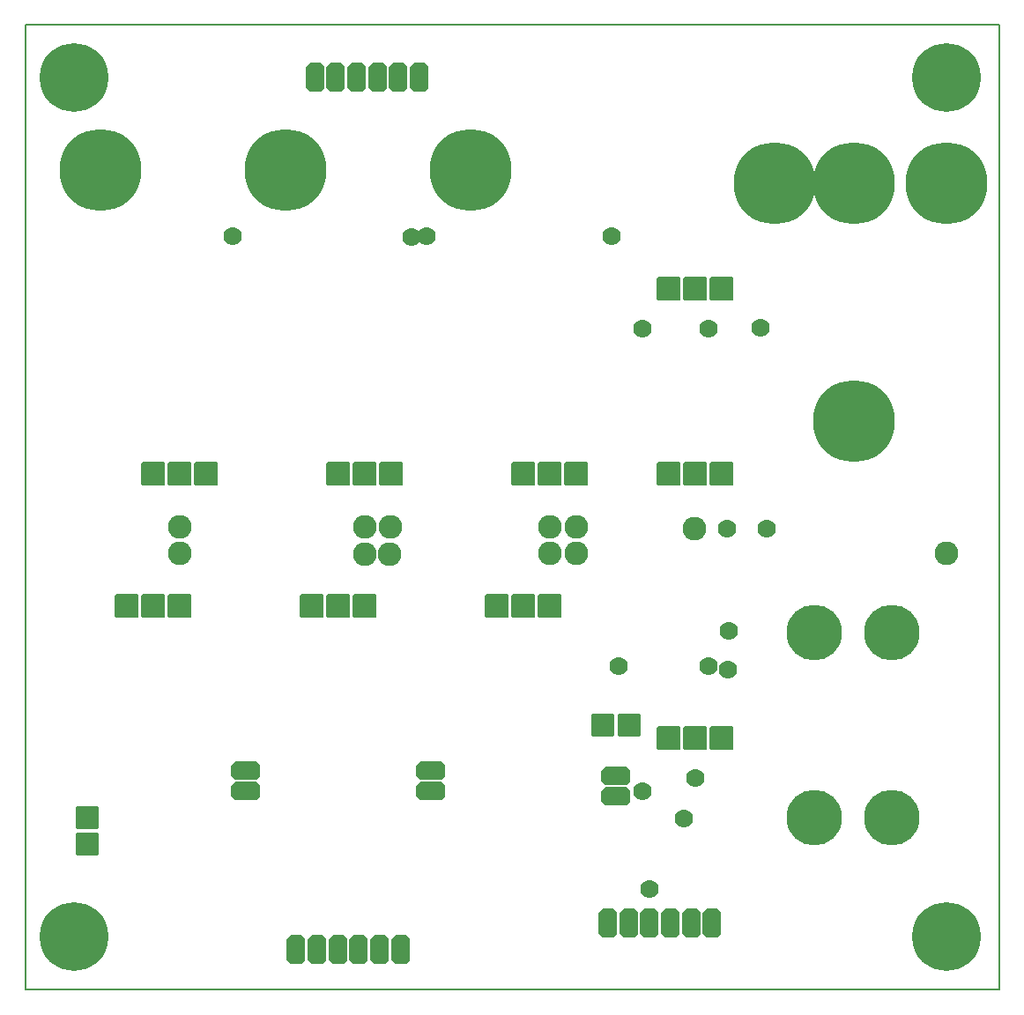
<source format=gbr>
G04 PROTEUS RS274X GERBER FILE*
%FSLAX45Y45*%
%MOMM*%
G01*
%ADD45C,1.016000*%
%ADD46C,2.286000*%
%ADD47C,1.778000*%
%ADD48C,7.874000*%
%ADD49C,5.334000*%
%AMPPAD044*
4,1,8,
-0.509800,1.397000,
0.509800,1.397000,
0.889000,1.017800,
0.889000,-1.017800,
0.509800,-1.397000,
-0.509800,-1.397000,
-0.889000,-1.017800,
-0.889000,1.017800,
-0.509800,1.397000,
0*%
%ADD50PPAD044*%
%AMPPAD045*
4,1,36,
1.016000,-1.143000,
-1.016000,-1.143000,
-1.041970,-1.140470,
-1.065980,-1.133200,
-1.087580,-1.121650,
-1.106290,-1.106290,
-1.121650,-1.087570,
-1.133200,-1.065980,
-1.140470,-1.041970,
-1.143000,-1.016000,
-1.143000,1.016000,
-1.140470,1.041970,
-1.133200,1.065980,
-1.121650,1.087570,
-1.106290,1.106290,
-1.087580,1.121650,
-1.065980,1.133200,
-1.041970,1.140470,
-1.016000,1.143000,
1.016000,1.143000,
1.041970,1.140470,
1.065980,1.133200,
1.087580,1.121650,
1.106290,1.106290,
1.121650,1.087570,
1.133200,1.065980,
1.140470,1.041970,
1.143000,1.016000,
1.143000,-1.016000,
1.140470,-1.041970,
1.133200,-1.065980,
1.121650,-1.087570,
1.106290,-1.106290,
1.087580,-1.121650,
1.065980,-1.133200,
1.041970,-1.140470,
1.016000,-1.143000,
0*%
%ADD51PPAD045*%
%AMPPAD046*
4,1,8,
-1.397000,-0.509800,
-1.397000,0.509800,
-1.017800,0.889000,
1.017800,0.889000,
1.397000,0.509800,
1.397000,-0.509800,
1.017800,-0.889000,
-1.017800,-0.889000,
-1.397000,-0.509800,
0*%
%ADD52PPAD046*%
%ADD53C,6.604000*%
%AMPPAD048*
4,1,36,
-0.952500,1.079500,
0.952500,1.079500,
0.978470,1.076970,
1.002480,1.069700,
1.024080,1.058150,
1.042790,1.042790,
1.058150,1.024070,
1.069700,1.002480,
1.076970,0.978470,
1.079500,0.952500,
1.079500,-0.952500,
1.076970,-0.978470,
1.069700,-1.002480,
1.058150,-1.024070,
1.042790,-1.042790,
1.024080,-1.058150,
1.002480,-1.069700,
0.978470,-1.076970,
0.952500,-1.079500,
-0.952500,-1.079500,
-0.978470,-1.076970,
-1.002480,-1.069700,
-1.024080,-1.058150,
-1.042790,-1.042790,
-1.058150,-1.024070,
-1.069700,-1.002480,
-1.076970,-0.978470,
-1.079500,-0.952500,
-1.079500,0.952500,
-1.076970,0.978470,
-1.069700,1.002480,
-1.058150,1.024070,
-1.042790,1.042790,
-1.024080,1.058150,
-1.002480,1.069700,
-0.978470,1.076970,
-0.952500,1.079500,
0*%
%ADD54PPAD048*%
%ADD20C,0.203200*%
D45*
X+3810000Y+4445000D03*
X+4051457Y+4702773D03*
D46*
X+2032000Y+4699000D03*
X+2032000Y+4445000D03*
X+3810000Y+4699000D03*
X+4055230Y+4699000D03*
X+4051618Y+4443502D03*
X+3811498Y+4443502D03*
X+5588000Y+4699000D03*
X+5842000Y+4699000D03*
X+5588000Y+4445000D03*
X+6976920Y+4688387D03*
X+5842000Y+4445000D03*
X+9398000Y+4445000D03*
D45*
X+7612422Y+7784235D03*
X+7678581Y+4692661D03*
D47*
X+7293866Y+4688290D03*
X+7674210Y+4688290D03*
X+6184414Y+7494764D03*
X+4405826Y+7492558D03*
X+4261775Y+7489618D03*
X+2540000Y+7493000D03*
X+7610593Y+7782406D03*
X+7610593Y+6613406D03*
X+7112000Y+6604000D03*
X+6477000Y+6604000D03*
X+6985000Y+2286000D03*
X+6880957Y+1895663D03*
X+6477000Y+2159000D03*
X+6548604Y+1222517D03*
X+7309328Y+3699668D03*
X+7304701Y+3326249D03*
X+6254136Y+3362786D03*
X+7117647Y+3364262D03*
D48*
X+7747000Y+8000999D03*
X+9398000Y+8001000D03*
X+8509001Y+8000999D03*
X+8509000Y+5715000D03*
D49*
X+8128000Y+1905000D03*
X+8878001Y+1905000D03*
X+8128000Y+3683000D03*
X+8878000Y+3683000D03*
D48*
X+1270000Y+8128000D03*
X+4826000Y+8128000D03*
D50*
X+3156000Y+635000D03*
X+3356000Y+635000D03*
X+3556000Y+635000D03*
X+3756000Y+635000D03*
X+3956000Y+635000D03*
X+4156000Y+635000D03*
X+3337000Y+9017000D03*
X+3537000Y+9017000D03*
X+3737000Y+9017000D03*
X+3937000Y+9017000D03*
X+4137000Y+9017000D03*
X+4337000Y+9017000D03*
X+7150000Y+889000D03*
X+6950000Y+889000D03*
X+6750000Y+889000D03*
X+6550000Y+889000D03*
X+6350000Y+889000D03*
X+6150000Y+889000D03*
D51*
X+2286000Y+5207000D03*
X+2032000Y+5207000D03*
X+1778000Y+5207000D03*
X+1524000Y+3937000D03*
X+1778000Y+3937000D03*
X+2032000Y+3937000D03*
X+4064000Y+5207000D03*
X+3810000Y+5207000D03*
X+3556000Y+5207000D03*
X+3302000Y+3937000D03*
X+3556000Y+3937000D03*
X+3810000Y+3937000D03*
X+5842000Y+5207000D03*
X+5588000Y+5207000D03*
X+5334000Y+5207000D03*
X+5080000Y+3937000D03*
X+5334000Y+3937000D03*
X+5588000Y+3937000D03*
D48*
X+3048000Y+8128000D03*
D51*
X+7239000Y+2667000D03*
X+6985000Y+2667000D03*
X+6731000Y+2667000D03*
D52*
X+6223000Y+2108056D03*
X+6223000Y+2308056D03*
X+2667000Y+2159000D03*
X+2667000Y+2359000D03*
X+4445000Y+2159000D03*
X+4445000Y+2359000D03*
D53*
X+9398000Y+762000D03*
X+1016000Y+762000D03*
D51*
X+7239000Y+6985000D03*
X+6985000Y+6985000D03*
X+6731000Y+6985000D03*
X+7239000Y+5207000D03*
X+6985000Y+5207000D03*
X+6731000Y+5207000D03*
D53*
X+1016000Y+9017000D03*
X+9398000Y+9017000D03*
D54*
X+1143000Y+1905000D03*
X+1143000Y+1655000D03*
X+6350000Y+2794000D03*
X+6100000Y+2794000D03*
D20*
X+552000Y+254000D02*
X+9906000Y+254000D01*
X+9906000Y+9525000D01*
X+552000Y+9525000D01*
X+552000Y+254000D01*
M02*

</source>
